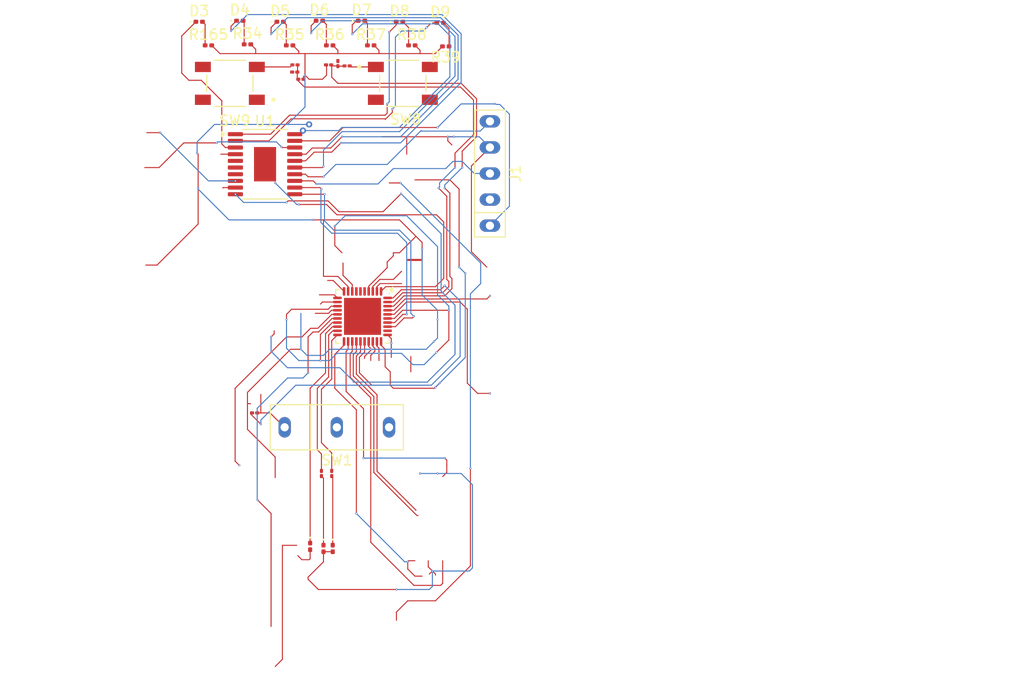
<source format=kicad_pcb>
(kicad_pcb (version 20240108) (generator "pcbnew") (generator_version "8.0")
  (layers (0 "F.Cu" signal) (31 "B.Cu" signal) (34 "B.Paste" user) (35 "F.Paste" user) (36 "B.SilkS" user "B.Silkscreen") (37 "F.SilkS" user "F.Silkscreen") (38 "B.Mask" user) (39 "F.Mask" user) (44 "Edge.Cuts" user))
  (net 0 "")
  (net 2 "unconnected-(U2-GPIOA_20-Pad1)")
  (net 3 "unconnected-(U2-RFIO-Pad11)")
  (net 4 "unconnected-(U2-VD1833_LPC-Pad28)")
  (net 5 "unconnected-(U2-GPIOA_1-Pad16)")
  (net 6 "unconnected-(U2-VA11_RF-Pad12)")
  (net 7 "unconnected-(U2-GPIOA_7-Pad21)")
  (net 10 "unconnected-(U2-VA11_SYN-Pad8)")
  (net 11 "unconnected-(U2-GPIOA_15-Pad36)")
  (net 12 "unconnected-(U2-VBAT_IN-Pad30)")
  (net 13 "unconnected-(U2-CHIP_EN-Pad14)")
  (net 14 "unconnected-(U2-VDD33_SDIO-Pad2)")
  (net 16 "unconnected-(U2-GPIOA_10-Pad24)")
  (net 17 "unconnected-(U2-GPIOA_16-Pad37)")
  (net 18 "unconnected-(U2-GPIOA_8-Pad22)")
  (net 19 "unconnected-(U2-VA33_PA-Pad10)")
  (net 20 "unconnected-(U2-GPIOA_0-Pad15)")
  (net 21 "unconnected-(U2-GPIOA_9-Pad23)")
  (net 22 "unconnected-(U2-GPIOA_11-Pad25)")
  (net 23 "unconnected-(U2-GPIOA_12-Pad26)")
  (net 24 "unconnected-(U2-GPIOA_23-Pad3)")
  (net 26 "unconnected-(U1-Pad4)")
  (net 27 "unconnected-(U1-Pad9)")
  (net 28 "unconnected-(U1-Pad8)")
  (net 29 "unconnected-(U1-Pad18)")
  (net 31 "unconnected-(U1-Pad10)")
  (net 32 "unconnected-(D2-A-Pad2)")
  (net 33 "Net-(D3-A)")
  (net 34 "Net-(D4-A)")
  (net 35 "Net-(D5-A)")
  (net 36 "Net-(D6-A)")
  (net 37 "Net-(D7-A)")
  (net 38 "Net-(D8-A)")
  (net 39 "Net-(D9-A)")
  (net 40 "Net-(D3-K)")
  (net 41 "Net-(D4-K)")
  (net 42 "Net-(D5-K)")
  (net 43 "Net-(D6-K)")
  (net 44 "Net-(D7-K)")
  (net 45 "VD33")
  (net 46 "GND")
  (net 47 "Net-(R42-Pad2)")
  (net 48 "Net-(U2-GPIOA_18)")
  (net 49 "Net-(R44-Pad2)")
  (net 50 "Net-(U2-GPIOA_17)")
  (net 51 "Net-(U2-GPIOA_14)")
  (net 52 "Net-(U2-GPIOA_13)")
  (net 53 "Net-(D1-A)")
  (net 54 "Net-(D1-K)")
  (net 55 "Net-(D10-K)")
  (net 56 "Net-(D2-K)")
  (net 57 "Net-(U2-GPIOA_4)")
  (net 58 "Net-(U2-GPIOA_3)")
  (net 59 "Net-(U2-VA33_TR)")
  (net 60 "Net-(U2-GPIOA_19)")
  (net 62 "Net-(R145-Pad2)")
  (net 63 "+v?")
  (net 64 "Net-(J1-Pin_3)")
  (net 65 "Net-(J1-Pin_1)")
  (net 66 "Net-(J1-Pin_5)")
  (net 67 "Net-(D8-K)")
  (net 68 "Net-(D9-K)")
  (footprint "Resistor_SMD:R_01005_0402Metric" (layer "F.Cu") (at 69 96.1 -90)
    (property "Reference" "R164" (hide yes))
    (property "Value" "R" (hide yes))
  )
  (footprint "Capacitor_SMD:C_01005_0402Metric" (layer "F.Cu") (at 69.6 56.175 90)
    (property "Reference" "C39" (hide yes))
    (property "Value" "C" (hide yes))
  )
  (footprint "LED_SMD:LED_0201_0603Metric" (layer "F.Cu") (at 67.8 52)
    (property "Reference" "D6")
    (property "Value" "LED")
  )
  (footprint "LED_SMD:LED_0201_0603Metric" (layer "F.Cu") (at 56.1 52.1)
    (property "Reference" "D3")
    (property "Value" "LED")
  )
  (footprint "LED_SMD:LED_0201_0603Metric" (layer "F.Cu") (at 79.555 52.2)
    (property "Reference" "D9")
    (property "Value" "LED")
  )
  (footprint "LED_SMD:LED_0201_0603Metric" (layer "F.Cu") (at 75.6 52.1)
    (property "Reference" "D8")
    (property "Value" "LED")
  )
  (footprint "Resistor_SMD:R_01005_0402Metric" (layer "F.Cu") (at 68 96.1 -90)
    (property "Reference" "R30" (hide yes))
    (property "Value" "R" (hide yes))
  )
  (footprint "Capacitor_SMD:C_01005_0402Metric" (layer "F.Cu") (at 65.4 57 180)
    (property "Reference" "C38" (hide yes))
    (property "Value" "C" (hide yes))
  )
  (footprint "Resistor_SMD:R_0201_0603Metric" (layer "F.Cu") (at 76.8 54.4)
    (property "Reference" "R38")
    (property "Value" "R")
  )
  (footprint "Resistor_SMD:R_01005_0402Metric" (layer "F.Cu") (at 61.5 90.2)
    (property "Reference" "R145" (hide yes))
    (property "Value" "R" (hide yes))
  )
  (footprint "Resistor_SMD:R_01005_0402Metric" (layer "F.Cu") (at 70.5 56.4)
    (property "Reference" "R44" (hide yes))
    (property "Value" "R" (hide yes))
  )
  (footprint "Resistor_SMD:R_0201_0603Metric" (layer "F.Cu") (at 72.8 54.4)
    (property "Reference" "R37")
    (property "Value" "R")
  )
  (footprint "LED_SMD:LED_0201_0603Metric" (layer "F.Cu") (at 71.9 52)
    (property "Reference" "D7")
    (property "Value" "LED")
  )
  (footprint "Custom:SW_PTS_647_SM38_SMTR2_LFS" (layer "F.Cu") (at 59.0875 58.1 180)
    (property "Reference" "SW9")
    (property "Value" "PTS_647_SM38_SMTR2_LFS")
  )
  (footprint "Resistor_SMD:R_0201_0603Metric" (layer "F.Cu") (at 60.8 54.3)
    (property "Reference" "R34")
    (property "Value" "R")
  )
  (footprint "Resistor_SMD:R_0201_0603Metric" (layer "F.Cu") (at 64.9 54.4)
    (property "Reference" "R35")
    (property "Value" "R")
  )
  (footprint "Resistor_SMD:R_01005_0402Metric" (layer "F.Cu") (at 66 57.7)
    (property "Reference" "R43" (hide yes))
    (property "Value" "R" (hide yes))
  )
  (footprint "Resistor_SMD:R_01005_0402Metric" (layer "F.Cu") (at 68.7 56.3 180)
    (property "Reference" "R45" (hide yes))
    (property "Value" "R" (hide yes))
  )
  (footprint "Resistor_SMD:R_0201_0603Metric" (layer "F.Cu") (at 80.1 54.5 180)
    (property "Reference" "R39")
    (property "Value" "R")
  )
  (footprint "LED_SMD:LED_0201_0603Metric" (layer "F.Cu") (at 63.98 52.1)
    (property "Reference" "D5")
    (property "Value" "LED")
  )
  (footprint "Custom:SW_PTS_647_SM38_SMTR2_LFS" (layer "F.Cu") (at 75.925 58.1)
    (property "Reference" "SW8")
    (property "Value" "PTS_647_SM38_SMTR2_LFS" (hide yes))
  )
  (footprint "LED_SMD:LED_0201_0603Metric" (layer "F.Cu") (at 66.9 103.2 -90)
    (property "Reference" "D2" (hide yes))
    (property "Value" "LED" (hide yes))
  )
  (footprint "Resistor_SMD:R_0201_0603Metric" (layer "F.Cu") (at 68.8 54.4)
    (property "Reference" "R36")
    (property "Value" "R" (hide yes))
  )
  (footprint "Package_DFN_QFN:QFN-40-1EP_5x5mm_P0.4mm_EP3.6x3.6mm" (layer "F.Cu") (at 72 80.8 -90)
    (property "Reference" "U2" (hide yes))
    (property "Value" "~")
  )
  (footprint "Resistor_SMD:R_01005_0402Metric" (layer "F.Cu") (at 65.425 56.3 180)
    (property "Reference" "R42" (hide yes))
    (property "Value" "R" (hide yes))
  )
  (footprint "LED_SMD:LED_0201_0603Metric" (layer "F.Cu") (at 60.055 52)
    (property "Reference" "D4")
    (property "Value" "LED")
  )
  (footprint "LED_SMD:LED_0201_0603Metric" (layer "F.Cu") (at 69.1 103.4 -90)
    (property "Reference" "D1" (hide yes))
    (property "Value" "LED" (hide yes))
  )
  (footprint "Resistor_SMD:R_0201_0603Metric" (layer "F.Cu") (at 57 54.4)
    (property "Reference" "R165")
    (property "Value" "R")
  )
  (footprint "Package_SO:TSSOP-20-1EP_4.4x6.5mm_P0.65mm_EP2.15x3.35mm" (layer "F.Cu") (at 62.5125 65.975)
    (property "Reference" "U1")
    (property "Value" "~")
  )
  (footprint "Custom:SIP-3" (layer "F.Cu") (at 69.5 91.6)
    (property "Reference" "SW1")
    (property "Value" "SW_Wuerth_450301014042" (hide yes))
  )
  (footprint "LED_SMD:LED_0201_0603Metric" (layer "F.Cu") (at 68.2 103.4 -90)
    (property "Reference" "D10" (hide yes))
    (property "Value" "LED" (hide yes))
  )
  (footprint "Custom:SIP-5" (layer "F.Cu") (at 84.4 66.88 90)
    (property "Reference" "J1")
    (property "Value" "Conn_01x05_Pin")
  )
  (segment (start 64.2 103.1) (end 65.6 103.1) (width 0.1) (layer "F.Cu") (net 0))
  (segment (start 82.5 105.1) (end 82.5 95.6) (width 0.1) (layer "F.Cu") (net 0))
  (segment (start 64.2 114.2) (end 64.2 103.1) (width 0.1) (layer "F.Cu") (net 0))
  (segment (start 75.7 67.8) (end 74.6 67.8) (width 0.1) (layer "F.Cu") (net 0))
  (segment (start 63.5 114.9) (end 64.2 114.2) (width 0.1) (layer "F.Cu") (net 0))
  (segment (start 79.1 108.5) (end 82.5 105.1) (width 0.1) (layer "F.Cu") (net 0))
  (segment (start 75.3 110.4) (end 75.3 109.6) (width 0.1) (layer "F.Cu") (net 0))
  (segment (start 76.4 108.5) (end 79.1 108.5) (width 0.1) (layer "F.Cu") (net 0))
  (segment (start 75.3 109.6) (end 76.4 108.5) (width 0.1) (layer "F.Cu") (net 0))
  (segment (start 76.7 84.7) (end 76.7 86.2) (width 0.1) (layer "F.Cu") (net 0))
  (via (at 75.7 67.8) (size 0.2) (drill 0.1) (layers "F.Cu" "B.Cu") (net 0))
  (via (at 82.5 95.6) (size 0.2) (drill 0.1) (layers "F.Cu" "B.Cu") (net 0))
  (segment (start 83.5 75.6) (end 75.7 67.8) (width 0.1) (layer "B.Cu") (net 0))
  (segment (start 82.5 78.6) (end 83.5 77.6) (width 0.1) (layer "B.Cu") (net 0))
  (segment (start 83.5 77.6) (end 83.5 75.6) (width 0.1) (layer "B.Cu") (net 0))
  (segment (start 82.5 95.6) (end 82.5 78.6) (width 0.1) (layer "B.Cu") (net 0))
  (segment (start 69.5 70.9) (end 68.5 69.9) (width 0.1) (layer "F.Cu") (net 2))
  (segment (start 79.2 70.9) (end 69.5 70.9) (width 0.1) (layer "F.Cu") (net 2))
  (segment (start 79.1 77.9) (end 79.9 77.1) (width 0.1) (layer "F.Cu") (net 2))
  (segment (start 74.2625 77.9) (end 79.1 77.9) (width 0.1) (layer "F.Cu") (net 2))
  (segment (start 68.5 69.9) (end 65.8 69.9) (width 0.1) (layer "F.Cu") (net 2))
  (segment (start 79.9 77.1) (end 79.9 71.6) (width 0.1) (layer "F.Cu") (net 2))
  (segment (start 73.8 78.3625) (end 74.2625 77.9) (width 0.1) (layer "F.Cu") (net 2))
  (segment (start 79.9 71.6) (end 79.2 70.9) (width 0.1) (layer "F.Cu") (net 2))
  (via (at 65.8 69.9) (size 0.2) (drill 0.1) (layers "F.Cu" "B.Cu") (net 2))
  (via (at 63.5 67.8) (size 0.2) (drill 0.1) (layers "F.Cu" "B.Cu") (net 2))
  (segment (start 65.6 69.9) (end 63.5 67.8) (width 0.1) (layer "B.Cu") (net 2))
  (segment (start 65.8 69.9) (end 65.6 69.9) (width 0.1) (layer "B.Cu") (net 2))
  (segment (start 69.2625 78.7) (end 67.8 78.7) (width 0.1) (layer "F.Cu") (net 3))
  (segment (start 69.5625 79) (end 69.2625 78.7) (width 0.1) (layer "F.Cu") (net 3))
  (segment (start 73.1 83.8) (end 73.1 83.817938) (width 0.1) (layer "F.Cu") (net 4))
  (segment (start 72.8 84.6) (end 72.8 85.1) (width 0.1) (layer "F.Cu") (net 4))
  (segment (start 73.1 83.817938) (end 73.2 83.917938) (width 0.1) (layer "F.Cu") (net 4))
  (segment (start 73.2 83.917938) (end 73.2 84.2) (width 0.1) (layer "F.Cu") (net 4))
  (segment (start 73 83.7) (end 73.1 83.8) (width 0.1) (layer "F.Cu") (net 4))
  (segment (start 73 83.2375) (end 73 83.7) (width 0.1) (layer "F.Cu") (net 4))
  (segment (start 73.2 84.2) (end 72.8 84.6) (width 0.1) (layer "F.Cu") (net 4))
  (segment (start 63.1 111) (end 63.1 100) (width 0.1) (layer "F.Cu") (net 5))
  (segment (start 67.716767 82.316767) (end 67.183233 82.316767) (width 0.1) (layer "F.Cu") (net 5))
  (segment (start 63.1 100) (end 61.8 98.7) (width 0.1) (layer "F.Cu") (net 5))
  (segment (start 66.7 82.8) (end 66.7 86.3) (width 0.1) (layer "F.Cu") (net 5))
  (segment (start 69.5625 81) (end 69.033534 81) (width 0.1) (layer "F.Cu") (net 5))
  (segment (start 69.033534 81) (end 67.716767 82.316767) (width 0.1) (layer "F.Cu") (net 5))
  (segment (start 67.183233 82.316767) (end 66.7 82.8) (width 0.1) (layer "F.Cu") (net 5))
  (via (at 66.7 86.3) (size 0.2) (drill 0.1) (layers "F.Cu" "B.Cu") (net 5))
  (via (at 61.8 98.7) (size 0.2) (drill 0.1) (layers "F.Cu" "B.Cu") (net 5))
  (segment (start 64.7 86.8) (end 66.2 86.8) (width 0.1) (layer "B.Cu") (net 5))
  (segment (start 66.2 86.8) (end 66.7 86.3) (width 0.1) (layer "B.Cu") (net 5))
  (segment (start 61.75 98.65) (end 61.75 89.75) (width 0.1) (layer "B.Cu") (net 5))
  (segment (start 61.8 98.7) (end 61.75 98.65) (width 0.1) (layer "B.Cu") (net 5))
  (segment (start 61.75 89.75) (end 64.7 86.8) (width 0.1) (layer "B.Cu") (net 5))
  (segment (start 69.5625 79.4) (end 68.1 79.4) (width 0.1) (layer "F.Cu") (net 6))
  (segment (start 68.1 79.4) (end 67.9 79.6) (width 0.1) (layer "F.Cu") (net 6))
  (segment (start 77.1 106.1) (end 77.8 106.1) (width 0.1) (layer "F.Cu") (net 7))
  (segment (start 69.3 84.5) (end 70.2 83.6) (width 0.1) (layer "F.Cu") (net 7))
  (segment (start 71.4 89.9) (end 69.3 87.8) (width 0.1) (layer "F.Cu") (net 7))
  (segment (start 76.4 104.7) (end 76.5 104.6) (width 0.1) (layer "F.Cu") (net 7))
  (segment (start 76.4 104.7) (end 76.4 105.4) (width 0.1) (layer "F.Cu") (net 7))
  (segment (start 76.4 105.4) (end 77.1 106.1) (width 0.1) (layer "F.Cu") (net 7))
  (segment (start 76.5 104.6) (end 77.1 104.6) (width 0.1) (layer "F.Cu") (net 7))
  (segment (start 69.3 87.8) (end 69.3 84.5) (width 0.1) (layer "F.Cu") (net 7))
  (segment (start 70.2 83.6) (end 70.2 83.2375) (width 0.1) (layer "F.Cu") (net 7))
  (segment (start 71.4 100) (end 71.4 89.9) (width 0.1) (layer "F.Cu") (net 7))
  (via (at 71.4 100) (size 0.2) (drill 0.1) (layers "F.Cu" "B.Cu") (net 7))
  (via (at 76.4 104.7) (size 0.2) (drill 0.1) (layers "F.Cu" "B.Cu") (net 7))
  (segment (start 76.1 104.7) (end 76.4 104.7) (width 0.1) (layer "B.Cu") (net 7))
  (segment (start 71.4 100) (end 76.1 104.7) (width 0.1) (layer "B.Cu") (net 7))
  (segment (start 70.1 76.2) (end 70.1 75.6) (width 0.1) (layer "F.Cu") (net 10))
  (segment (start 71 78.3625) (end 71 77.7) (width 0.1) (layer "F.Cu") (net 10))
  (segment (start 71 77.7) (end 70.1 76.8) (width 0.1) (layer "F.Cu") (net 10))
  (segment (start 70.1 76.8) (end 70.1 76.2) (width 0.1) (layer "F.Cu") (net 10))
  (segment (start 82.2 87.3) (end 83.2 88.3) (width 0.1) (layer "F.Cu") (net 11))
  (segment (start 75.075736 80.6) (end 76.275736 79.4) (width 0.1) (layer "F.Cu") (net 11))
  (segment (start 74.4375 80.6) (end 75.075736 80.6) (width 0.1) (layer "F.Cu") (net 11))
  (segment (start 76.275736 79.4) (end 81.5 79.4) (width 0.1) (layer "F.Cu") (net 11))
  (segment (start 83.2 88.3) (end 84.4 88.3) (width 0.1) (layer "F.Cu") (net 11))
  (segment (start 81.5 79.4) (end 82.2 80.1) (width 0.1) (layer "F.Cu") (net 11))
  (segment (start 82.2 80.1) (end 82.2 87.3) (width 0.1) (layer "F.Cu") (net 11))
  (via (at 84.4 88.3) (size 0.2) (drill 0.1) (layers "F.Cu" "B.Cu") (net 11))
  (segment (start 81.4 68.4) (end 80.5 67.5) (width 0.1) (layer "F.Cu") (net 12))
  (segment (start 74.2 85.7) (end 74.7 86.2) (width 0.1) (layer "F.Cu") (net 12))
  (segment (start 73.8 83.6) (end 74.2 84) (width 0.1) (layer "F.Cu") (net 12))
  (segment (start 75 87.8) (end 79 87.8) (width 0.1) (layer "F.Cu") (net 12))
  (segment (start 79 87.8) (end 79.075 87.725) (width 0.1) (layer "F.Cu") (net 12))
  (segment (start 74.7 87.5) (end 75 87.8) (width 0.1) (layer "F.Cu") (net 12))
  (segment (start 74.7 86.2) (end 74.7 87.5) (width 0.1) (layer "F.Cu") (net 12))
  (segment (start 80.5 67.5) (end 77.1 67.5) (width 0.1) (layer "F.Cu") (net 12))
  (segment (start 73.8 83.2375) (end 73.8 83.6) (width 0.1) (layer "F.Cu") (net 12))
  (segment (start 74.2 84) (end 74.2 85.7) (width 0.1) (layer "F.Cu") (net 12))
  (segment (start 79.525 87.275) (end 79.075 87.725) (width 0.1) (layer "F.Cu") (net 12))
  (segment (start 81.4 76) (end 81.4 68.4) (width 0.1) (layer "F.Cu") (net 12))
  (via (at 79.075 87.725) (size 0.2) (drill 0.1) (layers "F.Cu" "B.Cu") (net 12))
  (via (at 79.525 87.275) (size 0.2) (drill 0.1) (layers "F.Cu" "B.Cu") (net 12))
  (via (at 82 76.6) (size 0.2) (drill 0.1) (layers "F.Cu" "B.Cu") (net 12))
  (via (at 81.4 76) (size 0.2) (drill 0.1) (layers "F.Cu" "B.Cu") (net 12))
  (segment (start 82 84.8) (end 82 76.6) (width 0.1) (layer "B.Cu") (net 12))
  (segment (start 79.075 87.725) (end 79.525 87.275) (width 0.1) (layer "B.Cu") (net 12))
  (segment (start 82 76.6) (end 81.4 76) (width 0.1) (layer "B.Cu") (net 12))
  (segment (start 79.525 87.275) (end 82 84.8) (width 0.1) (layer "B.Cu") (net 12))
  (segment (start 68.685006 80.5) (end 68.985006 80.2) (width 0.1) (layer "F.Cu") (net 13))
  (segment (start 68.985006 80.2) (end 69.5625 80.2) (width 0.1) (layer "F.Cu") (net 13))
  (segment (start 67.4 80.5) (end 68.685006 80.5) (width 0.1) (layer "F.Cu") (net 13))
  (segment (start 73.4 77.906326) (end 73.706326 77.6) (width 0.1) (layer "F.Cu") (net 14))
  (segment (start 73.706326 77.6) (end 75.8 77.6) (width 0.1) (layer "F.Cu") (net 14))
  (segment (start 73.4 78.3625) (end 73.4 77.906326) (width 0.1) (layer "F.Cu") (net 14))
  (segment (start 73.1 96) (end 77.3 100.2) (width 0.1) (layer "F.Cu") (net 16))
  (segment (start 71.4 83.2375) (end 71.4 84.227208) (width 0.1) (layer "F.Cu") (net 16))
  (segment (start 73.1 88.6) (end 73.1 96) (width 0.1) (layer "F.Cu") (net 16))
  (segment (start 71.4 84.227208) (end 71.1 84.527208) (width 0.1) (layer "F.Cu") (net 16))
  (segment (start 77.3 100.2) (end 77.4 100.2) (width 0.1) (layer "F.Cu") (net 16))
  (segment (start 72.2 87.7) (end 73.1 88.6) (width 0.1) (layer "F.Cu") (net 16))
  (segment (start 71.1 86.6) (end 72.2 87.7) (width 0.1) (layer "F.Cu") (net 16))
  (segment (start 71.1 86.4) (end 71.1 86.6) (width 0.1) (layer "F.Cu") (net 16))
  (segment (start 71.1 84.527208) (end 71.1 86.4) (width 0.1) (layer "F.Cu") (net 16))
  (segment (start 84.1 79.1) (end 84.4 78.8) (width 0.1) (layer "F.Cu") (net 17))
  (segment (start 74.4375 80.2) (end 75.051472 80.2) (width 0.1) (layer "F.Cu") (net 17))
  (segment (start 75.051472 80.2) (end 76.151472 79.1) (width 0.1) (layer "F.Cu") (net 17))
  (segment (start 76.151472 79.1) (end 84.1 79.1) (width 0.1) (layer "F.Cu") (net 17))
  (via (at 84.4 78.8) (size 0.2) (drill 0.1) (layers "F.Cu" "B.Cu") (net 17))
  (segment (start 70.4 84.2) (end 70.6 84) (width 0.1) (layer "F.Cu") (net 18))
  (segment (start 80.2 96) (end 79.8 96.4) (width 0.1) (layer "F.Cu") (net 18))
  (segment (start 72.1 89.8) (end 70.4 88.1) (width 0.1) (layer "F.Cu") (net 18))
  (segment (start 70.4 88.1) (end 70.4 84.2) (width 0.1) (layer "F.Cu") (net 18))
  (segment (start 80.2 94.8) (end 80.2 95.3) (width 0.1) (layer "F.Cu") (net 18))
  (segment (start 80 94.6) (end 80.2 94.8) (width 0.1) (layer "F.Cu") (net 18))
  (segment (start 72.1 94.6) (end 72.1 89.8) (width 0.1) (layer "F.Cu") (net 18))
  (segment (start 70.6 84) (end 70.6 83.2375) (width 0.1) (layer "F.Cu") (net 18))
  (segment (start 80.2 95.3) (end 80.2 96) (width 0.1) (layer "F.Cu") (net 18))
  (via (at 72.1 94.6) (size 0.2) (drill 0.1) (layers "F.Cu" "B.Cu") (net 18))
  (via (at 80 94.6) (size 0.2) (drill 0.1) (layers "F.Cu" "B.Cu") (net 18))
  (segment (start 80 94.6) (end 80.1 94.7) (width 0.1) (layer "B.Cu") (net 18))
  (segment (start 72.1 94.6) (end 80 94.6) (width 0.1) (layer "B.Cu") (net 18))
  (segment (start 69.1375 77.3) (end 68.6 77.3) (width 0.1) (layer "F.Cu") (net 19))
  (segment (start 70.2 78.3625) (end 69.1375 77.3) (width 0.1) (layer "F.Cu") (net 19))
  (segment (start 67.654635 81.954635) (end 66.945365 81.954635) (width 0.1) (layer "F.Cu") (net 20))
  (segment (start 69.00927 80.6) (end 67.654635 81.954635) (width 0.1) (layer "F.Cu") (net 20))
  (segment (start 66.945365 81.954635) (end 66.2 82.7) (width 0.1) (layer "F.Cu") (net 20))
  (segment (start 66.1 82.8) (end 64.6 82.8) (width 0.1) (layer "F.Cu") (net 20))
  (segment (start 64.6 82.8) (end 59.6 87.8) (width 0.1) (layer "F.Cu") (net 20))
  (segment (start 69.5625 80.6) (end 69.00927 80.6) (width 0.1) (layer "F.Cu") (net 20))
  (segment (start 59.6 94.9) (end 60 95.3) (width 0.1) (layer "F.Cu") (net 20))
  (segment (start 66.2 82.7) (end 66.1 82.8) (width 0.1) (layer "F.Cu") (net 20))
  (segment (start 59.6 87.8) (end 59.6 94.9) (width 0.1) (layer "F.Cu") (net 20))
  (via (at 60 95.3) (size 0.2) (drill 0.1) (layers "F.Cu" "B.Cu") (net 20))
  (segment (start 70.8 86.7) (end 70.8 86.724264) (width 0.1) (layer "F.Cu") (net 21))
  (segment (start 79.8 106.8) (end 79.8 105.9) (width 0.1) (layer "F.Cu") (net 21))
  (segment (start 79.8 105.9) (end 79.8 104.6) (width 0.1) (layer "F.Cu") (net 21))
  (segment (start 72.8 88.724264) (end 72.8 102.8) (width 0.1) (layer "F.Cu") (net 21))
  (segment (start 70.8 84.402944) (end 70.8 86.7) (width 0.1) (layer "F.Cu") (net 21))
  (segment (start 72.8 102.8) (end 77 107) (width 0.1) (layer "F.Cu") (net 21))
  (segment (start 71.837868 87.762132) (end 72.8 88.724264) (width 0.1) (layer "F.Cu") (net 21))
  (segment (start 70.8 86.724264) (end 71.837868 87.762132) (width 0.1) (layer "F.Cu") (net 21))
  (segment (start 71 84.202944) (end 70.8 84.402944) (width 0.1) (layer "F.Cu") (net 21))
  (segment (start 79.6 107) (end 79.8 106.8) (width 0.1) (layer "F.Cu") (net 21))
  (segment (start 77 107) (end 79.6 107) (width 0.1) (layer "F.Cu") (net 21))
  (segment (start 71 83.2375) (end 71 84.202944) (width 0.1) (layer "F.Cu") (net 21))
  (segment (start 71.8 84.251472) (end 71.4 84.651472) (width 0.1) (layer "F.Cu") (net 22))
  (segment (start 72.487868 87.512132) (end 73.412132 88.436396) (width 0.1) (layer "F.Cu") (net 22))
  (segment (start 73.412132 88.436396) (end 73.412132 95.887868) (width 0.1) (layer "F.Cu") (net 22))
  (segment (start 73.412132 95.887868) (end 77.212132 99.687868) (width 0.1) (layer "F.Cu") (net 22))
  (segment (start 71.4 86.4) (end 71.4 86.424264) (width 0.1) (layer "F.Cu") (net 22))
  (segment (start 71.8 83.2375) (end 71.8 84.251472) (width 0.1) (layer "F.Cu") (net 22))
  (segment (start 71.4 86.424264) (end 72.487868 87.512132) (width 0.1) (layer "F.Cu") (net 22))
  (segment (start 71.4 84.651472) (end 71.4 86.4) (width 0.1) (layer "F.Cu") (net 22))
  (segment (start 72.2 84.275736) (end 71.7 84.775736) (width 0.1) (layer "F.Cu") (net 23))
  (segment (start 71.7 86.3) (end 72.9 87.5) (width 0.1) (layer "F.Cu") (net 23))
  (segment (start 72.2 83.2375) (end 72.2 84.275736) (width 0.1) (layer "F.Cu") (net 23))
  (segment (start 71.7 84.775736) (end 71.7 86.3) (width 0.1) (layer "F.Cu") (net 23))
  (segment (start 73 77.882062) (end 73.682062 77.2) (width 0.1) (layer "F.Cu") (net 24))
  (segment (start 73 78.3625) (end 73 77.882062) (width 0.1) (layer "F.Cu") (net 24))
  (segment (start 73.682062 77.2) (end 75 77.2) (width 0.1) (layer "F.Cu") (net 24))
  (segment (start 75 77.2) (end 75.8 76.4) (width 0.1) (layer "F.Cu") (net 24))
  (segment (start 59.625 65) (end 58.2 65) (width 0.1) (layer "F.Cu") (net 26))
  (segment (start 58.45 68.25) (end 58.4 68.3) (width 0.1) (layer "F.Cu") (net 27))
  (segment (start 59.625 68.25) (end 58.45 68.25) (width 0.1) (layer "F.Cu") (net 27))
  (segment (start 52.3 62.9) (end 51 62.9) (width 0.1) (layer "F.Cu") (net 28))
  (via (at 52.3 62.9) (size 0.2) (drill 0.1) (layers "F.Cu" "B.Cu") (net 28))
  (via (at 59.625 67.6) (size 0.2) (drill 0.1) (layers "F.Cu" "B.Cu") (net 28))
  (segment (start 57 67.6) (end 52.3 62.9) (width 0.1) (layer "B.Cu") (net 28))
  (segment (start 59.625 67.6) (end 57 67.6) (width 0.1) (layer "B.Cu") (net 28))
  (segment (start 52.2 66.3) (end 50.8 66.3) (width 0.1) (layer "F.Cu") (net 29))
  (segment (start 57.8 63.9) (end 54.6 63.9) (width 0.1) (layer "F.Cu") (net 29))
  (segment (start 54.6 63.9) (end 52.2 66.3) (width 0.1) (layer "F.Cu") (net 29))
  (segment (start 64.162501 64.35) (end 65.4 64.35) (width 0.1) (layer "F.Cu") (net 29))
  (segment (start 64.112501 64.3) (end 64.162501 64.35) (width 0.1) (layer "F.Cu") (net 29))
  (via (at 64.112501 64.3) (size 0.2) (drill 0.1) (layers "F.Cu" "B.Cu") (net 29))
  (via (at 57.8 63.9) (size 0.2) (drill 0.1) (layers "F.Cu" "B.Cu") (net 29))
  (segment (start 57.9 63.8) (end 57.8 63.9) (width 0.1) (layer "B.Cu") (net 29))
  (segment (start 64.112501 64.3) (end 63.612501 63.8) (width 0.1) (layer "B.Cu") (net 29))
  (segment (start 63.612501 63.8) (end 57.9 63.8) (width 0.1) (layer "B.Cu") (net 29))
  (segment (start 64.75 69.55) (end 68.65 69.55) (width 0.1) (layer "F.Cu") (net 31))
  (segment (start 69.7 70.6) (end 74 70.6) (width 0.1) (layer "F.Cu") (net 31))
  (segment (start 68.65 69.55) (end 69.7 70.6) (width 0.1) (layer "F.Cu") (net 31))
  (segment (start 74 70.6) (end 75.75 68.85) (width 0.1) (layer "F.Cu") (net 31))
  (segment (start 63.1 82.8) (end 63.4 82.5) (width 0.1) (layer "F.Cu") (net 31))
  (segment (start 64.6 69.7) (end 64.75 69.55) (width 0.1) (layer "F.Cu") (net 31))
  (segment (start 63.4 82.5) (end 63.4 82.2) (width 0.1) (layer "F.Cu") (net 31))
  (via (at 64.6 69.7) (size 0.2) (drill 0.1) (layers "F.Cu" "B.Cu") (net 31))
  (via (at 75.75 68.85) (size 0.2) (drill 0.1) (layers "F.Cu" "B.Cu") (net 31))
  (via (at 63.1 82.8) (size 0.2) (drill 0.1) (layers "F.Cu" "B.Cu") (net 31))
  (via (at 59.625 68.9) (size 0.2) (drill 0.1) (layers "F.Cu" "B.Cu") (net 31))
  (segment (start 64.7 85.8) (end 63.1 84.2) (width 0.1) (layer "B.Cu") (net 31))
  (segment (start 71.1 87.1) (end 69.8 85.8) (width 0.1) (layer "B.Cu") (net 31))
  (segment (start 78.3 87.2) (end 71.1 87.2) (width 0.1) (layer "B.Cu") (net 31))
  (segment (start 79.65 72.75) (end 79.65 78.35) (width 0.1) (layer "B.Cu") (net 31))
  (segment (start 63.1 84.2) (end 63.1 82.8) (width 0.1) (layer "B.Cu") (net 31))
  (segment (start 69.8 85.8) (end 64.7 85.8) (width 0.1) (layer "B.Cu") (net 31))
  (segment (start 81 84.5) (end 78.3 87.2) (width 0.1) (layer "B.Cu") (net 31))
  (segment (start 79.65 78.35) (end 81 79.7) (width 0.1) (layer "B.Cu") (net 31))
  (segment (start 81 79.7) (end 81 84.5) (width 0.1) (layer "B.Cu") (net 31))
  (segment (start 60.425 69.7) (end 64.6 69.7) (width 0.1) (layer "B.Cu") (net 31))
  (segment (start 71.1 87.2) (end 71.1 87.1) (width 0.1) (layer "B.Cu") (net 31))
  (segment (start 59.625 68.9) (end 60.425 69.7) (width 0.1) (layer "B.Cu") (net 31))
  (segment (start 75.75 68.85) (end 79.65 72.75) (width 0.1) (layer "B.Cu") (net 31))
  (segment (start 66.9 104.4) (end 66.8 104.5) (width 0.1) (layer "F.Cu") (net 32))
  (segment (start 66.1 104.5) (end 65.7 104.1) (width 0.1) (layer "F.Cu") (net 32))
  (segment (start 66.9 103.52) (end 66.9 104.4) (width 0.1) (layer "F.Cu") (net 32))
  (segment (start 66.8 104.5) (end 66.1 104.5) (width 0.1) (layer "F.Cu") (net 32))
  (segment (start 56.68 52.36) (end 56.42 52.1) (width 0.1) (layer "F.Cu") (net 33))
  (segment (start 56.68 54.4) (end 56.68 52.36) (width 0.1) (layer "F.Cu") (net 33))
  (segment (start 60.48 52.105) (end 60.375 52) (width 0.1) (layer "F.Cu") (net 34))
  (segment (start 60.48 54.3) (end 60.48 52.105) (width 0.1) (layer "F.Cu") (net 34))
  (segment (start 64.58 54.4) (end 64.58 52.38) (width 0.1) (layer "F.Cu") (net 35))
  (segment (start 64.58 52.38) (end 64.3 52.1) (width 0.1) (layer "F.Cu") (net 35))
  (segment (start 68.48 54.4) (end 68.48 52.36) (width 0.1) (layer "F.Cu") (net 36))
  (segment (start 68.48 52.36) (end 68.12 52) (width 0.1) (layer "F.Cu") (net 36))
  (segment (start 72.48 52.26) (end 72.22 52) (width 0.1) (layer "F.Cu") (net 37))
  (segment (start 72.48 54.4) (end 72.48 52.26) (width 0.1) (layer "F.Cu") (net 37))
  (segment (start 76.48 52.66) (end 75.92 52.1) (width 0.1) (layer "F.Cu") (net 38))
  (segment (start 76.48 54.4) (end 76.48 52.66) (width 0.1) (layer "F.Cu") (net 38))
  (segment (start 80.42 52.745) (end 79.875 52.2) (width 0.1) (layer "F.Cu") (net 39))
  (segment (start 80.42 54.5) (end 80.42 52.745) (width 0.1) (layer "F.Cu") (net 39))
  (segment (start 58.3 59.8) (end 56.3 57.8) (width 0.1) (layer "F.Cu") (net 40))
  (segment (start 54.4 57.1) (end 54.4 53.48) (width 0.1) (layer "F.Cu") (net 40))
  (segment (start 58.3 64) (end 58.3 59.8) (width 0.1) (layer "F.Cu") (net 40))
  (segment (start 59.625 64.35) (end 58.65 64.35) (width 0.1) (layer "F.Cu") (net 40))
  (segment (start 55.1 57.8) (end 54.4 57.1) (width 0.1) (layer "F.Cu") (net 40))
  (segment (start 54.4 53.48) (end 55.78 52.1) (width 0.1) (layer "F.Cu") (net 40))
  (segment (start 58.65 64.35) (end 58.3 64) (width 0.1) (layer "F.Cu") (net 40))
  (segment (start 56.3 57.8) (end 55.1 57.8) (width 0.1) (layer "F.Cu") (net 40))
  (segment (start 59.2 53) (end 59.2 52.535) (width 0.1) (layer "F.Cu") (net 41))
  (segment (start 66.45 65.65) (end 67.3 64.8) (width 0.1) (layer "F.Cu") (net 41))
  (segment (start 67.3 64.8) (end 69 64.8) (width 0.1) (layer "F.Cu") (net 41))
  (segment (start 59.2 52.535) (end 59.735 52) (width 0.1) (layer "F.Cu") (net 41))
  (segment (start 65.4 65.65) (end 66.45 65.65) (width 0.1) (layer "F.Cu") (net 41))
  (segment (start 69 64.8) (end 69.9 63.9) (width 0.1) (layer "F.Cu") (net 41))
  (via (at 69.9 63.9) (size 0.2) (drill 0.1) (layers "F.Cu" "B.Cu") (net 41))
  (via (at 59.2 53) (size 0.2) (drill 0.1) (layers "F.Cu" "B.Cu") (net 41))
  (segment (start 59.2 53) (end 60.8 51.4) (width 0.1) (layer "B.Cu") (net 41))
  (segment (start 81.6 53.275736) (end 81.6 58) (width 0.1) (layer "B.Cu") (net 41))
  (segment (start 79.724264 51.4) (end 81.6 53.275736) (width 0.1) (layer "B.Cu") (net 41))
  (segment (start 81.6 58) (end 75.7 63.9) (width 0.1) (layer "B.Cu") (net 41))
  (segment (start 75.7 63.9) (end 69.9 63.9) (width 0.1) (layer "B.Cu") (net 41))
  (segment (start 60.8 51.4) (end 79.724264 51.4) (width 0.1) (layer "B.Cu") (net 41))
  (segment (start 63.1 53.3) (end 63.1 52.66) (width 0.1) (layer "F.Cu") (net 42))
  (segment (start 63.1 52.66) (end 63.66 52.1) (width 0.1) (layer "F.Cu") (net 42))
  (segment (start 68.9 64.4) (end 70 63.3) (width 0.1) (layer "F.Cu") (net 42))
  (segment (start 66.5 65) (end 67.1 64.4) (width 0.1) (layer "F.Cu") (net 42))
  (segment (start 65.4 65) (end 66.5 65) (width 0.1) (layer "F.Cu") (net 42))
  (segment (start 67.1 64.4) (end 68.9 64.4) (width 0.1) (layer "F.Cu") (net 42))
  (via (at 63.1 53.3) (size 0.2) (drill 0.1) (layers "F.Cu" "B.Cu") (net 42))
  (via (at 70 63.3) (size 0.2) (drill 0.1) (layers "F.Cu" "B.Cu") (net 42))
  (segment (start 63.1 53.3) (end 64.7 51.7) (width 0.1) (layer "B.Cu") (net 42))
  (segment (start 64.7 51.7) (end 79.6 51.7) (width 0.1) (layer "B.Cu") (net 42))
  (segment (start 81.3 53.4) (end 81.3 57.7) (width 0.1) (layer "B.Cu") (net 42))
  (segment (start 81.3 57.7) (end 75.7 63.3) (width 0.1) (layer "B.Cu") (net 42))
  (segment (start 75.7 63.3) (end 70 63.3) (width 0.1) (layer "B.Cu") (net 42))
  (segment (start 79.6 51.7) (end 81.3 53.4) (width 0.1) (layer "B.Cu") (net 42))
  (segment (start 67 53.2) (end 67 52.48) (width 0.1) (layer "F.Cu") (net 43))
  (segment (start 68.1 66.3) (end 68.2 66.2) (width 0.1) (layer "F.Cu") (net 43))
  (segment (start 65.4 66.3) (end 68.1 66.3) (width 0.1) (layer "F.Cu") (net 43))
  (segment (start 67 52.48) (end 67.48 52) (width 0.1) (layer "F.Cu") (net 43))
  (via (at 68.2 66.2) (size 0.2) (drill 0.1) (layers "F.Cu" "B.Cu") (net 43))
  (via (at 67 53.2) (size 0.2) (drill 0.1) (layers "F.Cu" "B.Cu") (net 43))
  (segment (start 70.005025 62.8) (end 68.2 64.605025) (width 0.1) (layer "B.Cu") (net 43))
  (segment (start 67 53.2) (end 67 53.1) (width 0.1) (layer "B.Cu") (net 43))
  (segment (start 79.475736 52) (end 81 53.524264) (width 0.1) (layer "B.Cu") (net 43))
  (segment (start 75.6 62.8) (end 70.005025 62.8) (width 0.1) (layer "B.Cu") (net 43))
  (segment (start 81 53.524264) (end 81 57.4) (width 0.1) (layer "B.Cu") (net 43))
  (segment (start 67 53.1) (end 68.1 52) (width 0.1) (layer "B.Cu") (net 43))
  (segment (start 68.1 52) (end 79.475736 52) (width 0.1) (layer "B.Cu") (net 43))
  (segment (start 68.2 64.605025) (end 68.2 66.2) (width 0.1) (layer "B.Cu") (net 43))
  (segment (start 81 57.4) (end 75.6 62.8) (width 0.1) (layer "B.Cu") (net 43))
  (segment (start 65.85 63.05) (end 66.2 62.7) (width 0.1) (layer "F.Cu") (net 44))
  (segment (start 71 53.3) (end 71 52.4) (width 0.1) (layer "F.Cu") (net 44))
  (segment (start 65.4 63.05) (end 65.85 63.05) (width 0.1) (layer "F.Cu") (net 44))
  (segment (start 71 52.4) (end 71.4 52) (width 0.1) (layer "F.Cu") (net 44))
  (segment (start 71.4 52) (end 71.58 52) (width 0.1) (layer "F.Cu") (net 44))
  (via (at 66.2 62.7) (size 0.6) (drill 0.3) (layers "F.Cu" "B.Cu") (net 44))
  (via (at 71 53.3) (size 0.2) (drill 0.1) (layers "F.Cu" "B.Cu") (net 44))
  (segment (start 69.680761 62.7) (end 66.2 62.7) (width 0.1) (layer "B.Cu") (net 44))
  (segment (start 69.992893 62.387868) (end 69.680761 62.7) (width 0.1) (layer "B.Cu") (net 44))
  (segment (start 79.351472 52.3) (end 80.5 53.448528) (width 0.1) (layer "B.Cu") (net 44))
  (segment (start 80.5 53.448528) (end 80.5 57.475736) (width 0.1) (layer "B.Cu") (net 44))
  (segment (start 80.5 57.475736) (end 75.587868 62.387868) (width 0.1) (layer "B.Cu") (net 44))
  (segment (start 71 53.3) (end 72 52.3) (width 0.1) (layer "B.Cu") (net 44))
  (segment (start 75.587868 62.387868) (end 69.992893 62.387868) (width 0.1) (layer "B.Cu") (net 44))
  (segment (start 72 52.3) (end 79.351472 52.3) (width 0.1) (layer "B.Cu") (net 44))
  (segment (start 66.8 57.7) (end 68.1 57.7) (width 0.1) (layer "F.Cu") (net 45))
  (segment (start 75.6 71.4) (end 77.2 73) (width 0.1) (layer "F.Cu") (net 45))
  (segment (start 70.6 78.3625) (end 70.6 77.906326) (width 0.1) (layer "F.Cu") (net 45))
  (segment (start 74.4 76.057798) (end 74.4 75.5) (width 0.1) (layer "F.Cu") (net 45))
  (segment (start 68.1 57.7) (end 68.5 57.3) (width 0.1) (layer "F.Cu") (net 45))
  (segment (start 72.2 84.7) (end 72.2 84.9) (width 0.1) (layer "F.Cu") (net 45))
  (segment (start 66.25 57.7) (end 66.25 57.45) (width 0.1) (layer "F.Cu") (net 45))
  (segment (start 72.8 84.1) (end 72.2 84.7) (width 0.1) (layer "F.Cu") (net 45))
  (segment (start 77.8 73.6) (end 77.8 74.2) (width 0.1) (layer "F.Cu") (net 45))
  (segment (start 70.6 77.906326) (end 69.6 76.906326) (width 0.1) (layer "F.Cu") (net 45))
  (segment (start 60.8 89.3) (end 61.1 89.3) (width 0.1) (layer "F.Cu") (net 45))
  (segment (start 68.2 76.9) (end 68.2 71.4) (width 0.1) (layer "F.Cu") (net 45))
  (segment (start 74.8 83.4) (end 74.8 82.9625) (width 0.1) (layer "F.Cu") (net 45))
  (segment (start 66.25 57.45) (end 66.4 57.3) (width 0.1) (layer "F.Cu") (net 45))
  (segment (start 73.6 54.88) (end 73.12 54.4) (width 0.1) (layer "F.Cu") (net 45))
  (segment (start 75.6 74.6) (end 75 74.6) (width 0.1) (layer "F.Cu") (net 45))
  (segment (start 69.6 76.9) (end 68.2 76.9) (width 0.1) (layer "F.Cu") (net 45))
  (segment (start 72.6 77.857798) (end 74.4 76.057798) (width 0.1) (layer "F.Cu") (net 45))
  (segment (start 63.5 94.5) (end 60.8 91.8) (width 0.1) (layer "F.Cu") (net 45))
  (segment (start 65.8 55.2) (end 65.8 54.98) (width 0.1) (layer "F.Cu") (net 45))
  (segment (start 68.5 57.3) (end 68.5 56.45) (width 0.1) (layer "F.Cu") (net 45))
  (segment (start 72.8 83.924264) (end 72.8 84) (width 0.1) (layer "F.Cu") (net 45))
  (segment (start 68.2 71.4) (end 75.6 71.4) (width 0.1) (layer "F.Cu") (net 45))
  (segment (start 68.5 56.45) (end 68.45 56.4) (width 0.1) (layer "F.Cu") (net 45))
  (segment (start 74.4 75.5) (end 75 74.9) (width 0.1) (layer "F.Cu") (net 45))
  (segment (start 77.2 73) (end 77.8 73.6) (width 0.1) (layer "F.Cu") (net 45))
  (segment (start 73.6 55.2) (end 77.6 55.2) (width 0.1) (layer "F.Cu") (net 45))
  (segment (start 69.6 55.2) (end 73.6 55.2) (width 0.1) (layer "F.Cu") (net 45))
  (segment (start 56 65) (end 56 68.3) (width 0.1) (layer "F.Cu") (net 45))
  (segment (start 74.8 82.9625) (end 74.4375 82.6) (width 0.1) (layer "F.Cu") (net 45))
  (segment (start 61.6 54.78) (end 61.12 54.3) (width 0.1) (layer "F.Cu") (net 45))
  (segment (start 75 74.9) (end 75 74.6) (width 0.1) (layer "F.Cu") (net 45))
  (segment (start 55.9 64.9) (end 56 65) (width 0.1) (layer "F.Cu") (net 45))
  (segment (start 77.8 74.2) (end 77.8 75.2) (width 0.1) (layer "F.Cu") (net 45))
  (segment (start 68.2 71.4) (end 67.2 71.4) (width 0.1) (layer "F.Cu") (net 45))
  (segment (start 72.8 84) (end 72.8 84.1) (width 0.1) (layer "F.Cu") (net 45))
  (segment (start 56 71.8) (end 52 75.8) (width 0.1) (layer "F.Cu") (net 45))
  (segment (start 77.6 55.2) (end 79.08 55.2) (width 0.1) (layer "F.Cu") (net 45))
  (segment (start 56 68.3) (end 56 71.8) (width 0.1) (layer "F.Cu") (net 45))
  (segment (start 66.4 55.2) (end 69.6 55.2) (width 0.1) (layer "F.Cu") (net 45))
  (segment (start 64.65 84.35) (end 65 84) (width 0.1) (layer "F.Cu") (net 45))
  (segment (start 61.6 55.2) (end 61.6 54.78) (width 0.1) (layer "F.Cu") (net 45))
  (segment (start 60.8 91.8) (end 60.8 89.3) (width 0.1) (layer "F.Cu") (net 45))
  (segment (start 74.8 83.4) (end 74.8 84.8) (width 0.1) (layer "F.Cu") (net 45))
  (segment (start 77.6 54.88) (end 77.12 54.4) (width 0.1) (layer "F.Cu") (net 45))
  (segment (start 77.8 75.2) (end 77.7 75.3) (width 0.1) (layer "F.Cu") (net 45))
  (segment (start 66.4 57.3) (end 66.8 57.7) (width 0.1) (layer "F.Cu") (net 45))
  (segment (start 72.6 83.2375) (end 72.6 83.724264) (width 0.1) (layer "F.Cu") (net 45))
  (segment (start 66.4 55.2) (end 65.8 55.2) (width 0.1) (layer "F.Cu") (net 45))
  (segment (start 72.6 83.724264) (end 72.8 83.924264) (width 0.1) (layer "F.Cu") (net 45))
  (segment (start 69.6 76.906326) (end 69.6 76.9) (width 0.1) (layer "F.Cu") (net 45))
  (segment (start 66.4 57.3) (end 66.4 55.2) (width 0.1) (layer "F.Cu") (net 45))
  (segment (start 60.8 88.2) (end 64.65 84.35) (width 0.1) (layer "F.Cu") (net 45))
  (segment (start 65.8 55.2) (end 61.6 55.2) (width 0.1) (layer "F.Cu") (net 45))
  (segment (start 65.8 54.98) (end 65.22 54.4) (width 0.1) (layer "F.Cu") (net 45))
  (segment (start 77.6 55.2) (end 77.6 54.88) (width 0.1) (layer "F.Cu") (net 45))
  (segment (start 69.6 54.88) (end 69.12 54.4) (width 0.1) (layer "F.Cu") (net 45))
  (segment (start 77.2 73) (end 75.6 74.6) (width 0.1) (layer "F.Cu") (net 45))
  (segment (start 52 75.8) (end 50.9 75.8) (width 0.1) (layer "F.Cu") (net 45))
  (segment (start 72.6 78.3625) (end 72.6 77.857798) (width 0.1) (layer "F.Cu") (net 45))
  (segment (start 63.5 96.5) (end 63.5 94.5) (width 0.1) (layer "F.Cu") (net 45))
  (segment (start 73.6 55.2) (end 73.6 54.88) (width 0.1) (layer "F.Cu") (net 45))
  (segment (start 61.6 55.2) (end 58.12 55.2) (width 0.1) (layer "F.Cu") (net 45))
  (segment (start 69.6 55.2) (end 69.6 54.88) (width 0.1) (layer "F.Cu") (net 45))
  (segment (start 77.7 75.3) (end 76.4 75.3) (width 0.2) (layer "F.Cu") (net 45))
  (segment (start 65 84) (end 66 84) (width 0.1) (layer "F.Cu") (net 45))
  (segment (start 79.08 55.2) (end 79.78 54.5) (width 0.1) (layer "F.Cu") (net 45))
  (segment (start 58.12 55.2) (end 57.32 54.4) (width 0.1) (layer "F.Cu") (net 45))
  (segment (start 60.8 89.3) (end 60.8 88.2) (width 0.1) (layer "F.Cu") (net 45))
  (via (at 79.3 81.1) (size 0.2) (drill 0.1) (layers "F.Cu" "B.Cu") (net 45))
  (via (at 74.8 84) (size 0.2) (drill 0.1) (layers "F.Cu" "B.Cu") (net 45))
  (via (at 67.2 71.4) (size 0.2) (drill 0.1) (layers "F.Cu" "B.Cu") (net 45))
  (via (at 72.8 84) (size 0.2) (drill 0.1) (layers "F.Cu" "B.Cu") (net 45))
  (via (at 66.8 62.1) (size 0.6) (drill 0.3) (layers "F.Cu" "B.Cu") (net 45))
  (via (at 66 84) (size 0.2) (drill 0.1) (layers "F.Cu" "B.Cu") (net 45))
  (via (at 78.95 83.25) (size 0.2) (drill 0.1) (layers "F.Cu" "B.Cu") (net 45))
  (via (at 55.9 64.9) (size 0.2) (drill 0.1) (layers "F.Cu" "B.Cu") (net 45))
  (via (at 56 68.3) (size 0.2) (drill 0.1) (layers "F.Cu" "B.Cu") (net 45))
  (via (at 77.8 74.2) (size 0.2) (drill 0.1) (layers "F.Cu" "B.Cu") (net 45))
  (via (at 74.8 83.4) (size 0.2) (drill 0.1) (layers "F.Cu" "B.Cu") (net 45))
  (via (at 66.4 57.3) (size 0.2) (drill 0.1) (layers "F.Cu" "B.Cu") (net 45))
  (segment (start 74.8 84) (end 74.8 83.4) (width 0.1) (layer "B.Cu") (net 45))
  (segment (start 64.7 62.1) (end 57.6 62.1) (width 0.1) (layer "B.Cu") (net 45))
  (segment (start 79.3 81.1) (end 79.3 80.2) (width 0.1) (layer "B.Cu") (net 45))
  (segment (start 78.95 83.25) (end 79.3 82.9) (width 0.1) (layer "B.Cu") (net 45))
  (segment (start 66.8 62.1) (end 64.7 62.1) (width 0.1) (layer "B.Cu") (net 45))
  (segment (start 67.2 71.4) (end 59 71.4) (width 0.1) (layer "B.Cu") (net 45))
  (segment (start 64.7 62.1) (end 66.4 60.4) (width 0.1) (layer "B.Cu") (net 45))
  (segment (start 68.2 84.6) (end 68.8 84) (width 0.1) (layer "B.Cu") (net 45))
  (segment (start 56 68.4) (end 56 68.3) (width 0.1) (layer "B.Cu") (net 45))
  (segment (start 75 84) (end 78.2 84) (width 0.1) (layer "B.Cu") (net 45))
  (segment (start 72.8 84) (end 75 84) (width 0.1) (layer "B.Cu") (net 45))
  (segment (start 79.3 80.2) (end 77.8 78.7) (width 0.1) (layer "B.Cu") (net 45))
  (segment (start 66 84) (end 66 80.5) (width 0.1) (layer "B.Cu") (net 45))
  (segment (start 66.6 84.6) (end 68.2 84.6) (width 0.1) (layer "B.Cu") (net 45))
  (segment (start 57.6 62.1) (end 55.9 63.8) (width 0.1) (layer "B.Cu") (net 45))
  (segment (start 78.2 84) (end 78.95 83.25) (width 0.1) (layer "B.Cu") (net 45))
  (segment (start 66 84) (end 66.6 84.6) (width 0.1) (layer "B.Cu") (net 45))
  (segment (start 68.8 84) (end 72.8 84) (width 0.1) (layer "B.Cu") (net 45))
  (segment (start 55.9 63.8) (end 55.9 64.9) (width 0.1) (layer "B.Cu") (net 45))
  (segment (start 59 71.4) (end 56 68.4) (width 0.1) (layer "B.Cu") (net 45))
  (segment (start 77.8 78.7) (end 77.8 74.2) (width 0.1) (layer "B.Cu") (net 45))
  (segment (start 66.4 60.4) (end 66.4 57.3) (width 0.1) (layer "B.Cu") (net 45))
  (segment (start 79.3 82.9) (end 79.3 81.1) (width 0.1) (layer "B.Cu") (net 45))
  (segment (start 61.7125 56.5) (end 64.975 56.5) (width 0.1) (layer "F.Cu") (net 47))
  (segment (start 64.975 56.5) (end 65.175 56.3) (width 0.1) (layer "F.Cu") (net 47))
  (segment (start 65.65 57) (end 65.65 57.6) (width 0.1) (layer "F.Cu") (net 48))
  (segment (start 80.2 69.1) (end 79.4 68.3) (width 0.1) (layer "F.Cu") (net 48))
  (segment (start 74.4375 79.4) (end 75.002944 79.4) (width 0.1) (layer "F.Cu") (net 48))
  (segment (start 65.75 57.861698) (end 66.350434 58.462132) (width 0.1) (layer "F.Cu") (net 48))
  (segment (start 65.675 56.3) (end 65.675 56.975) (width 0.1) (layer "F.Cu") (net 48))
  (segment (start 80.4 77.9) (end 80.4 77.4) (width 0.1) (layer "F.Cu") (net 48))
  (segment (start 75.002944 79.4) (end 75.902944 78.5) (width 0.1) (layer "F.Cu") (net 48))
  (segment (start 65.65 57.6) (end 65.75 57.7) (width 0.1) (layer "F.Cu") (net 48))
  (segment (start 79.8 78.5) (end 80.4 77.9) (width 0.1) (layer "F.Cu") (net 48))
  (segment (start 65.7 56.95) (end 65.65 57) (width 0.1) (layer "F.Cu") (net 48))
  (segment (start 82.8 59.724264) (end 82.8 63.1) (width 0.1) (layer "F.Cu") (net 48))
  (segment (start 82.8 63.1) (end 81 64.9) (width 0.1) (layer "F.Cu") (net 48))
  (segment (start 80.2 77.2) (end 80.2 69.1) (width 0.1) (layer "F.Cu") (net 48))
  (segment (start 65.675 56.3) (end 65.7 56.325) (width 0.1) (layer "F.Cu") (net 48))
  (segment (start 81.537868 58.462132) (end 82.8 59.724264) (width 0.1) (layer "F.Cu") (net 48))
  (segment (start 81 64.9) (end 81 66.3) (width 0.1) (layer "F.Cu") (net 48))
  (segment (start 65.75 57.7) (end 65.75 57.861698) (width 0.1) (layer "F.Cu") (net 48))
  (segment (start 80.4 77.4) (end 80.2 77.2) (width 0.1) (layer "F.Cu") (net 48))
  (segment (start 66.350434 58.462132) (end 81.537868 58.462132) (width 0.1) (layer "F.Cu") (net 48))
  (segment (start 65.675 56.975) (end 65.65 57) (width 0.1) (layer "F.Cu") (net 48))
  (segment (start 75.902944 78.5) (end 79.8 78.5) (width 0.1) (layer "F.Cu") (net 48))
  (via (at 81 66.3) (size 0.2) (drill 0.1) (layers "F.Cu" "B.Cu") (net 48))
  (via (at 79.4 68.3) (size 0.2) (drill 0.1) (layers "F.Cu" "B.Cu") (net 48))
  (segment (start 79.4 68.3) (end 79.5 68.2) (width 0.1) (layer "B.Cu") (net 48))
  (segment (start 79.5 67.8) (end 81 66.3) (width 0.1) (layer "B.Cu") (net 48))
  (segment (start 79.5 68.2) (end 79.5 67.8) (width 0.1) (layer "B.Cu") (net 48))
  (segment (start 70.775 56.5) (end 73.3 56.5) (width 0.1) (layer "F.Cu") (net 49))
  (segment (start 69.575 56.4) (end 69.6 56.425) (width 0.1) (layer "F.Cu") (net 50))
  (segment (start 80.7 77.1) (end 80.5 76.9) (width 0.1) (layer "F.Cu") (net 50))
  (segment (start 80 78.8) (end 80.7 78.1) (width 0.1) (layer "F.Cu") (net 50))
  (segment (start 80.7 78.1) (end 80.7 77.1) (width 0.1) (layer "F.Cu") (net 50))
  (segment (start 75.027208 79.8) (end 76.027208 78.8) (width 0.1) (layer "F.Cu") (net 50))
  (segment (start 80.5 68.8) (end 80 68.3) (width 0.1) (layer "F.Cu") (net 50))
  (segment (start 69.6 58.1) (end 81.6 58.1) (width 0.1) (layer "F.Cu") (net 50))
  (segment (start 76.027208 78.8) (end 80 78.8) (width 0.1) (layer "F.Cu") (net 50))
  (segment (start 70.2 56.425) (end 70.275 56.5) (width 0.1) (layer "F.Cu") (net 50))
  (segment (start 81.7 64.7) (end 81.7 66.3) (width 0.1) (layer "F.Cu") (net 50))
  (segment (start 81.6 58.1) (end 83.1 59.6) (width 0.1) (layer "F.Cu") (net 50))
  (segment (start 68.95 56.4) (end 69.575 56.4) (width 0.1) (layer "F.Cu") (net 50))
  (segment (start 68.95 56.4) (end 69 56.45) (width 0.1) (layer "F.Cu") (net 50))
  (segment (start 83.1 63.3) (end 81.7 64.7) (width 0.1) (layer "F.Cu") (net 50))
  (segment (start 69 56.45) (end 69 57.5) (width 0.1) (layer "F.Cu") (net 50))
  (segment (start 74.4375 79.8) (end 75.027208 79.8) (width 0.1) (layer "F.Cu") (net 50))
  (segment (start 83.1 59.6) (end 83.1 63.3) (width 0.1) (layer "F.Cu") (net 50))
  (segment (start 80.5 76.9) (end 80.5 68.8) (width 0.1) (layer "F.Cu") (net 50))
  (segment (start 69 57.5) (end 69.6 58.1) (width 0.1) (layer "F.Cu") (net 50))
  (segment (start 69.6 56.425) (end 70.2 56.425) (width 0.1) (layer "F.Cu") (net 50))
  (via (at 81.7 66.3) (size 0.2) (drill 0.1) (layers "F.Cu" "B.Cu") (net 50))
  (via (at 80 68.3) (size 0.2) (drill 0.1) (layers "F.Cu" "B.Cu") (net 50))
  (segment (start 80 68) (end 81.7 66.3) (width 0.1) (layer "B.Cu") (net 50))
  (segment (start 80 68.3) (end 80 68) (width 0.1) (layer "B.Cu") (net 50))
  (segment (start 75.124264 81.4) (end 74.4375 81.4) (width 0.1) (layer "F.Cu") (net 51))
  (segment (start 75.924264 80.6) (end 75.124264 81.4) (width 0.1) (layer "F.Cu") (net 51))
  (segment (start 67.85 68.25) (end 68 68.4) (width 0.1) (layer "F.Cu") (net 51))
  (segment (start 65.4 68.25) (end 67.85 68.25) (width 0.1) (layer "F.Cu") (net 51))
  (segment (start 76.3 80.6) (end 75.924264 80.6) (width 0.1) (layer "F.Cu") (net 51))
  (via (at 68 68.4) (size 0.2) (drill 0.1) (layers "F.Cu" "B.Cu") (net 51))
  (via (at 76.3 80.6) (size 0.2) (drill 0.1) (layers "F.Cu" "B.Cu") (net 51))
  (segment (start 67.95 71.65) (end 67.95 68.45) (width 0.1) (layer "B.Cu") (net 51))
  (segment (start 76.3 80.6) (end 76.3 73.6) (width 0.1) (layer "B.Cu") (net 51))
  (segment (start 69 72.7) (end 67.95 71.65) (width 0.1) (layer "B.Cu") (net 51))
  (segment (start 75.4 72.7) (end 69 72.7) (width 0.1) (layer "B.Cu") (net 51))
  (segment (start 67.95 68.45) (end 68 68.4) (width 0.1) (layer "B.Cu") (net 51))
  (segment (start 76.3 73.6) (end 75.4 72.7) (width 0.1) (layer "B.Cu") (net 51))
  (segment (start 77 80.8) (end 76.85 80.95) (width 0.1) (layer "F.Cu") (net 52))
  (segment (start 76.05 80.95) (end 75.2 81.8) (width 0.1) (layer "F.Cu") (net 52))
  (segment (start 65.4 68.9) (end 68.3 68.9) (width 0.1) (layer "F.Cu") (net 52))
  (segment (start 76.85 80.95) (end 76.05 80.95) (width 0.1) (layer "F.Cu") (net 52))
  (segment (start 75.2 81.8) (end 74.4375 81.8) (width 0.1) (layer "F.Cu") (net 52))
  (via (at 68.3 68.9) (size 0.2) (drill 0.1) (layers "F.Cu" "B.Cu") (net 52))
  (via (at 77 80.8) (size 0.2) (drill 0.1) (layers "F.Cu" "B.Cu") (net 52))
  (segment (start 76.7 80.5) (end 76.7 73.5) (width 0.1) (layer "B.Cu") (net 52))
  (segment (start 76.7 73.5) (end 75.6 72.4) (width 0.1) (layer "B.Cu") (net 52))
  (segment (start 68.3 71.494975) (end 68.3 68.9) (width 0.1) (layer "B.Cu") (net 52))
  (segment (start 77 80.8) (end 76.7 80.5) (width 0.1) (layer "B.Cu") (net 52))
  (segment (start 75.6 72.4) (end 69.205025 72.4) (width 0.1) (layer "B.Cu") (net 52))
  (segment (start 69.205025 72.4) (end 68.3 71.494975) (width 0.1) (layer "B.Cu") (net 52))
  (segment (start 78.4 105.2) (end 78.4 104.6) (width 0.1) (layer "F.Cu") (net 53))
  (segment (start 67.7 107.4) (end 75.3 107.4) (width 0.1) (layer "F.Cu") (net 53))
  (segment (start 78.8 105.6) (end 79.1 105.9) (width 0.1) (layer "F.Cu") (net 53))
  (segment (start 66.7 106.4) (end 67.7 107.4) (width 0.1) (layer "F.Cu") (net 53))
  (segment (start 78.8 105.6) (end 78.5 105.9) (width 0.1) (layer "F.Cu") (net 53))
  (segment (start 66.7 106.2) (end 66.7 106.4) (width 0.1) (layer "F.Cu") (net 53))
  (segment (start 68.2 103.72) (end 69.1 103.72) (width 0.1) (layer "F.Cu") (net 53))
  (segment (start 79.1 105.9) (end 79.1 106) (width 0.1) (layer "F.Cu") (net 53))
  (segment (start 68.2 104.7) (end 66.7 106.2) (width 0.1) (layer "F.Cu") (net 53))
  (segment (start 78.8 105.6) (end 78.4 105.2) (width 0.1) (layer "F.Cu") (net 53))
  (segment (start 68.2 103.72) (end 68.2 104.7) (width 0.1) (layer "F.Cu") (net 53))
  (via (at 78.8 105.6) (size 0.2) (drill 0.1) (layers "F.Cu" "B.Cu") (net 53))
  (via (at 79.3 96.1) (size 0.2) (drill 0.1) (layers "F.Cu" "B.Cu") (net 53))
  (via (at 75.3 107.4) (size 0.2) (drill 0.1) (layers "F.Cu" "B.Cu") (net 53))
  (via (at 77.6 96.1) (size 0.2) (drill 0.1) (layers "F.Cu" "B.Cu") (net 53))
  (segment (start 82.7 105.3) (end 82.7 97.2) (width 0.1) (layer "B.Cu") (net 53))
  (segment (start 78.8 105.6) (end 82.4 105.6) (width 0.1) (layer "B.Cu") (net 53))
  (segment (start 78.8 107.1) (end 78.5 107.4) (width 0.1) (layer "B.Cu") (net 53))
  (segment (start 81.6 96.1) (end 79.3 96.1) (width 0.1) (layer "B.Cu") (net 53))
  (segment (start 82.7 97.2) (end 81.6 96.1) (width 0.1) (layer "B.Cu") (net 53))
  (segment (start 78.5 107.4) (end 75.3 107.4) (width 0.1) (layer "B.Cu") (net 53))
  (segment (start 82.4 105.6) (end 82.7 105.3) (width 0.1) (layer "B.Cu") (net 53))
  (segment (start 79.3 96.1) (end 77.6 96.1) (width 0.1) (layer "B.Cu") (net 53))
  (segment (start 78.8 105.6) (end 78.8 107.1) (width 0.1) (layer "B.Cu") (net 53))
  (segment (start 69.1 96.45) (end 69 96.35) (width 0.1) (layer "F.Cu") (net 54))
  (segment (start 69.1 103.08) (end 69.1 96.45) (width 0.1) (layer "F.Cu") (net 54))
  (segment (start 68.2 96.55) (end 68 96.35) (width 0.1) (layer "F.Cu") (net 55))
  (segment (start 68.2 103.08) (end 68.2 96.55) (width 0.1) (layer "F.Cu") (net 55))
  (segment (start 68.4 86.3) (end 67 87.7) (width 0.1) (layer "F.Cu") (net 56))
  (segment (start 66.9 102.88) (end 66.9 87.8) (width 0.1) (layer "F.Cu") (net 56))
  (segment (start 66.9 87.8) (end 67 87.7) (width 0.1) (layer "F.Cu") (net 56))
  (segment (start 69.5625 81.8) (end 69.082062 81.8) (width 0.1) (layer "F.Cu") (net 56))
  (segment (start 68.4 82.482062) (end 68.4 86.3) (width 0.1) (layer "F.Cu") (net 56))
  (segment (start 69.082062 81.8) (end 68.4 82.482062) (width 0.1) (layer "F.Cu") (net 56))
  (segment (start 69 83.1625) (end 69.5625 82.6) (width 0.1) (layer "F.Cu") (net 57))
  (segment (start 69 94.1) (end 68 93.1) (width 0.1) (layer "F.Cu") (net 57))
  (segment (start 68 93.1) (end 68 87.9) (width 0.1) (layer "F.Cu") (net 57))
  (segment (start 68 87.9) (end 69 86.9) (width 0.1) (layer "F.Cu") (net 57))
  (segment (start 69 86.9) (end 69 83.1625) (width 0.1) (layer "F.Cu") (net 57))
  (segment (start 69 95.85) (end 69 94.1) (width 0.1) (layer "F.Cu") (net 57))
  (segment (start 68.7 82.606326) (end 69.106326 82.2) (width 0.1) (layer "F.Cu") (net 58))
  (segment (start 68 94.2) (end 67.6 93.8) (width 0.1) (layer "F.Cu") (net 58))
  (segment (start 67.6 87.8) (end 68.7 86.7) (width 0.1) (layer "F.Cu") (net 58))
  (segment (start 69.106326 82.2) (end 69.5625 82.2) (width 0.1) (layer "F.Cu") (net 58))
  (segment (start 67.6 93.8) (end 67.6 87.8) (width 0.1) (layer "F.Cu") (net 58))
  (segment (start 68 95.85) (end 68 94.2) (width 0.1) (layer "F.Cu") (net 58))
  (segment (start 68.7 86.7) (end 68.7 82.606326) (width 0.1) (layer "F.Cu") (net 58))
  (segment (start 73.4 83.693674) (end 73.553163 83.846837) (width 0.1) (layer "F.Cu") (net 59))
  (segment (start 69.5625 81.4) (end 69.057798 81.4) (width 0.1) (layer "F.Cu") (net 59))
  (segment (start 69.5625 79.8) (end 68.95 79.8) (width 0.1) (layer "F.Cu") (net 59))
  (segment (start 65.1 80.1) (end 64.6 80.6) (width 0.1) (layer "F.Cu") (net 59))
  (segment (start 75.9 80.2) (end 80.4 80.2) (width 0.1) (layer "F.Cu") (net 59))
  (segment (start 69.057798 81.4) (end 67.9 82.557798) (width 0.1) (layer "F.Cu") (net 59))
  (segment (start 73.6 84.4) (end 73.6 85.1) (width 0.1) (layer "F.Cu") (net 59))
  (segment (start 69.3 72) (end 69.3 73.9) (width 0.1) (layer "F.Cu") (net 59))
  (segment (start 68.95 79.8) (end 68.65 80.1) (width 0.1) (layer "F.Cu") (net 59))
  (segment (start 73.4 83.2375) (end 73.4 83.693674) (width 0.1) (layer "F.Cu") (net 59))
  (segment (start 80.4 83.1) (end 79.2 84.3) (width 0.1) (layer "F.Cu") (net 59))
  (segment (start 75.1 81) (end 75.9 80.2) (width 0.1) (layer "F.Cu") (net 59))
  (segment (start 68.65 80.1) (end 65.1 80.1) (width 0.1) (layer "F.Cu") (net 59))
  (segment (start 64.6 80.6) (end 64.6 81.1) (width 0.1) (layer "F.Cu") (net 59))
  (segment (start 67.9 82.557798) (end 67.9 85.1) (width 0.1) (layer "F.Cu") (net 59))
  (segment (start 69.3 73.9) (end 70 74.6) (width 0.1) (layer "F.Cu") (net 59))
  (segment (start 73.553163 83.846837) (end 73.6 83.893674) (width 0.1) (layer "F.Cu") (net 59))
  (segment (start 73.6 83.893674) (end 73.6 84.4) (width 0.1) (layer "F.Cu") (net 59))
  (segment (start 74.4375 81) (end 75.1 81) (width 0.1) (layer "F.Cu") (net 59))
  (segment (start 80.4 80.2) (end 80.4 83.1) (width 0.1) (layer "F.Cu") (net 59))
  (via (at 67.9 85.1) (size 0.2) (drill 0.1) (layers "F.Cu" "B.Cu") (net 59))
  (via (at 80.4 80.2) (size 0.2) (drill 0.1) (layers "F.Cu" "B.Cu") (net 59))
  (via (at 79.2 84.3) (size 0.2) (drill 0.1) (layers "F.Cu" "B.Cu") (net 59))
  (via (at 69.3 72) (size 0.2) (drill 0.1) (layers "F.Cu" "B.Cu") (net 59))
  (via (at 73.6 84.4) (size 0.2) (drill 0.1) (layers "F.Cu" "B.Cu") (net 59))
  (via (at 64.6 81.1) (size 0.2) (drill 0.1) (layers "F.Cu" "B.Cu") (net 59))
  (segment (start 64.6 81.1) (end 64.6 83.9) (width 0.1) (layer "B.Cu") (net 59))
  (segment (start 69.5 84.4) (end 75.8 84.4) (width 0.1) (layer "B.Cu") (net 59))
  (segment (start 68.8 85.1) (end 69.5 84.4) (width 0.1) (layer "B.Cu") (net 59))
  (segment (start 79.3 74) (end 76.3 71) (width 0.1) (layer "B.Cu") (net 59))
  (segment (start 80.4 79.8) (end 79.3 78.7) (width 0.1) (layer "B.Cu") (net 59))
  (segment (start 76.9 85.5) (end 78 85.5) (width 0.1) (layer "B.Cu") (net 59))
  (segment (start 64.6 83.9) (end 65.8 85.1) (width 0.1) (layer "B.Cu") (net 59))
  (segment (start 70.3 71) (end 69.3 72) (width 0.1) (layer "B.Cu") (net 59))
  (segment (start 75.8 84.4) (end 76.9 85.5) (width 0.1) (layer "B.Cu") (net 59))
  (segment (start 79.3 78.7) (end 79.3 74) (width 0.1) (layer "B.Cu") (net 59))
  (segment (start 80.4 80.2) (end 80.4 79.8) (width 0.1) (layer "B.Cu") (net 59))
  (segment (start 76.3 71) (end 70.3 71) (width 0.1) (layer "B.Cu") (net 59))
  (segment (start 67.9 85.1) (end 68.8 85.1) (width 0.1) (layer "B.Cu") (net 59))
  (segment (start 78 85.5) (end 79.2 84.3) (width 0.1) (layer "B.Cu") (net 59))
  (segment (start 65.8 85.1) (end 67.9 85.1) (width 0.1) (layer "B.Cu") (net 59))
  (segment (start 61.15 90.35) (end 61.15 90.1) (width 0.1) (layer "F.Cu") (net 60))
  (segment (start 62.1 91.3) (end 61.15 90.35) (width 0.1) (layer "F.Cu") (net 60))
  (segment (start 75.77868 78.2) (end 79.6 78.2) (width 0.1) (layer "F.Cu") (net 60))
  (segment (start 74.97868 79) (end 75.77868 78.2) (width 0.1) (layer "F.Cu") (net 60))
  (segment (start 79.6 78.2) (end 80 77.8) (width 0.1) (layer "F.Cu") (net 60))
  (segment (start 74.4375 79) (end 74.97868 79) (width 0.1) (layer "F.Cu") (net 60))
  (via (at 62.1 91.3) (size 0.2) (drill 0.1) (layers "F.Cu" "B.Cu") (net 60))
  (via (at 80 77.8) (size 0.2) (drill 0.1) (layers "F.Cu" "B.Cu") (net 60))
  (segment (start 80 77.8) (end 81.5 79.3) (width 0.1) (layer "B.Cu") (net 60))
  (segment (start 81.5 79.3) (end 81.5 84.7) (width 0.1) (layer "B.Cu") (net 60))
  (segment (start 62.1 90.9) (end 62.1 91.3) (width 0.1) (layer "B.Cu") (net 60))
  (segment (start 81.5 84.7) (end 78.7 87.5) (width 0.1) (layer "B.Cu") (net 60))
  (segment (start 78.7 87.5) (end 65.5 87.5) (width 0.1) (layer "B.Cu") (net 60))
  (segment (start 65.5 87.5) (end 62.1 90.9) (width 0.1) (layer "B.Cu") (net 60))
  (segment (start 62.1 90.2) (end 62.1 88.4) (width 0.1) (layer "F.Cu") (net 62))
  (segment (start 63 90.2) (end 62.1 90.2) (width 0.1) (layer "F.Cu") (net 62))
  (segment (start 64.4 91.6) (end 63 90.2) (width 0.1) (layer "F.Cu") (net 62))
  (segment (start 62.1 90.2) (end 61.75 90.2) (width 0.1) (layer "F.Cu") (net 62))
  (segment (start 80.3 63.3) (end 76.3 63.3) (width 0.1) (layer "F.Cu") (net 63))
  (segment (start 84.6 64.4) (end 84.54 64.34) (width 0.1) (layer "F.Cu") (net 63))
  (segment (start 82.6 66.14) (end 82.6 74.5) (width 0.1) (layer "F.Cu") (net 63))
  (segment (start 76.3 63.3) (end 76.3 65) (width 0.1) (layer "F.Cu") (net 63))
  (segment (start 76.3 63.3) (end 73.9 63.3) (width 0.1) (layer "F.Cu") (net 63))
  (segment (start 80.3 63.3) (end 80.3 63.7) (width 0.1) (layer "F.Cu") (net 63))
  (segment (start 80.9 63.3) (end 80.3 63.3) (width 0.1) (layer "F.Cu") (net 63))
  (segment (start 84.4 64.34) (end 82.6 66.14) (width 0.1) (layer "F.Cu") (net 63))
  (segment (start 80.3 63.7) (end 80.7 64.1) (width 0.1) (layer "F.Cu") (net 63))
  (segment (start 82.6 74.5) (end 84.1 76) (width 0.1) (layer "F.Cu") (net 63))
  (segment (start 84.54 64.34) (end 84.4 64.34) (width 0.1) (layer "F.Cu") (net 63))
  (via (at 80.3 63.3) (size 0.2) (drill 0.1) (layers "F.Cu" "B.Cu") (net 63))
  (via (at 80.9 63.3) (size 0.2) (drill 0.1) (layers "F.Cu" "B.Cu") (net 63))
  (segment (start 83.36 63.3) (end 80.9 63.3) (width 0.1) (layer "B.Cu") (net 63))
  (segment (start 80.9 63.3) (end 80.3 63.3) (width 0.1) (layer "B.Cu") (net 63))
  (segment (start 84.4 64.34) (end 83.36 63.3) (width 0.1) (layer "B.Cu") (net 63))
  (segment (start 67.2 67.6) (end 67.5 67.9) (width 0.1) (layer "F.Cu") (net 64))
  (segment (start 65.4 67.6) (end 67.2 67.6) (width 0.1) (layer "F.Cu") (net 64))
  (via (at 67.5 67.9) (size 0.2) (drill 0.1) (layers "F.Cu" "B.Cu") (net 64))
  (segment (start 73.5 67.9) (end 75 66.4) (width 0.1) (layer "B.Cu") (net 64))
  (segment (start 81.7 65.7) (end 82.88 66.88) (width 0.1) (layer "B.Cu") (net 64))
  (segment (start 80.1 66.4) (end 80.8 65.7) (width 0.1) (layer "B.Cu") (net 64))
  (segment (start 82.88 66.88) (end 84.4 66.88) (width 0.1) (layer "B.Cu") (net 64))
  (segment (start 67.5 67.9) (end 73.5 67.9) (width 0.1) (layer "B.Cu") (net 64))
  (segment (start 80.8 65.7) (end 81.7 65.7) (width 0.1) (layer "B.Cu") (net 64))
  (segment (start 75 66.4) (end 80.1 66.4) (width 0.1) (layer "B.Cu") (net 64))
  (segment (start 70.1 62.4) (end 79.3 62.4) (width 0.1) (layer "F.Cu") (net 65))
  (segment (start 65.4 63.7) (end 68.8 63.7) (width 0.1) (layer "F.Cu") (net 65))
  (segment (start 68.8 63.7) (end 70.1 62.4) (width 0.1) (layer "F.Cu") (net 65))
  (via (at 79.3 62.4) (size 0.2) (drill 0.1) (layers "F.Cu" "B.Cu") (net 65))
  (via (at 84.9 60.1) (size 0.2) (drill 0.1) (layers "F.Cu" "B.Cu") (net 65))
  (segment (start 84.95 60.15) (end 85.35 60.15) (width 0.1) (layer "B.Cu") (net 65))
  (segment (start 79.3 62.4) (end 81.6 60.1) (width 0.1) (layer "B.Cu") (net 65))
  (segment (start 86.3 61.1) (end 86.3 70.06) (width 0.1) (layer "B.Cu") (net 65))
  (segment (start 85.35 60.15) (end 86.3 61.1) (width 0.1) (layer "B.Cu") (net 65))
  (segment (start 86.3 70.06) (end 84.4 71.96) (width 0.1) (layer "B.Cu") (net 65))
  (segment (start 84.9 60.1) (end 84.95 60.15) (width 0.1) (layer "B.Cu") (net 65))
  (segment (start 81.6 60.1) (end 84.9 60.1) (width 0.1) (layer "B.Cu") (net 65))
  (segment (start 65.4 66.95) (end 66.45 66.95) (width 0.1) (layer "F.Cu") (net 66))
  (segment (start 66.7 67.2) (end 68.2 67.2) (width 0.1) (layer "F.Cu") (net 66))
  (segment (start 66.45 66.95) (end 66.7 67.2) (width 0.1) (layer "F.Cu") (net 66))
  (via (at 68.2 67.2) (size 0.2) (drill 0.1) (layers "F.Cu" "B.Cu") (net 66))
  (segment (start 77.7 62.7) (end 77.75 62.75) (width 0.1) (layer "B.Cu") (net 66))
  (segment (start 83.45 62.75) (end 84.5 61.7) (width 0.1) (layer "B.Cu") (net 66))
  (segment (start 69.4 66) (end 74.4 66) (width 0.1) (layer "B.Cu") (net 66))
  (segment (start 74.4 66) (end 77.7 62.7) (width 0.1) (layer "B.Cu") (net 66))
  (segment (start 77.75 62.75) (end 83.45 62.75) (width 0.1) (layer "B.Cu") (net 66))
  (segment (start 68.2 67.2) (end 69.4 66) (width 0.1) (layer "B.Cu") (net 66))
  (segment (start 75.28 52.42) (end 74.6 53.1) (width 0.1) (layer "F.Cu") (net 67))
  (segment (start 74.4 60.1) (end 74.4 61) (width 0.1) (layer "F.Cu") (net 67))
  (segment (start 63.05 63.05) (end 59.625 63.05) (width 0.1) (layer "F.Cu") (net 67))
  (segment (start 74.4 61) (end 74.2 61.2) (width 0.1) (layer "F.Cu") (net 67))
  (segment (start 64.9 61.2) (end 63.05 63.05) (width 0.1) (layer "F.Cu") (net 67))
  (segment (start 74.2 61.2) (end 64.9 61.2) (width 0.1) (layer "F.Cu") (net 67))
  (segment (start 75.28 52.1) (end 75.28 52.42) (width 0.1) (layer "F.Cu") (net 67))
  (via (at 74.6 53.1) (size 0.2) (drill 0.1) (layers "F.Cu" "B.Cu") (net 67))
  (via (at 74.4 60.1) (size 0.2) (drill 0.1) (layers "F.Cu" "B.Cu") (net 67))
  (segment (start 74.6 53.1) (end 74.6 59.9) (width 0.1) (layer "B.Cu") (net 67))
  (segment (start 74.6 59.9) (end 74.4 60.1) (width 0.1) (layer "B.Cu") (net 67))
  (segment (start 74.224264 61.6) (end 74.174264 61.55) (width 0.1) (layer "F.Cu") (net 68))
  (segment (start 74.174264 61.55) (end 65.05 61.55) (width 0.1) (layer "F.Cu") (net 68))
  (segment (start 62.9 63.7) (end 59.625 63.7) (width 0.1) (layer "F.Cu") (net 68))
  (segment (start 74.9 60.924264) (end 74.224264 61.6) (width 0.1) (layer "F.Cu") (net 68))
  (segment (start 65.05 61.55) (end 62.9 63.7) (width 0.1) (layer "F.Cu") (net 68))
  (segment (start 74.9 60.6) (end 74.9 60.924264) (width 0.1) (layer "F.Cu") (net 68))
  (segment (start 79.235 52.2) (end 78.7 52.2) (width 0.1) (layer "F.Cu") (net 68))
  (segment (start 78.7 52.2) (end 78.25 52.65) (width 0.1) (layer "F.Cu") (net 68))
  (via (at 78.25 52.65) (size 0.2) (drill 0.1) (layers "F.Cu" "B.Cu") (net 68))
  (via (at 74.9 60.6) (size 0.2) (drill 0.1) (layers "F.Cu" "B.Cu") (net 68))
  (segment (start 75.2 60.3) (end 74.9 60.6) (width 0.1) (layer "B.Cu") (net 68))
  (segment (start 77.9 53) (end 75.8 53) (width 0.1) (layer "B.Cu") (net 68))
  (segment (start 75.2 53.6) (end 75.2 60.3) (width 0.1) (layer "B.Cu") (net 68))
  (segment (start 78.25 52.65) (end 77.9 53) (width 0.1) (layer "B.Cu") (net 68))
  (segment (start 75.8 53) (end 75.2 53.6) (width 0.1) (layer "B.Cu") (net 68))
)
</source>
